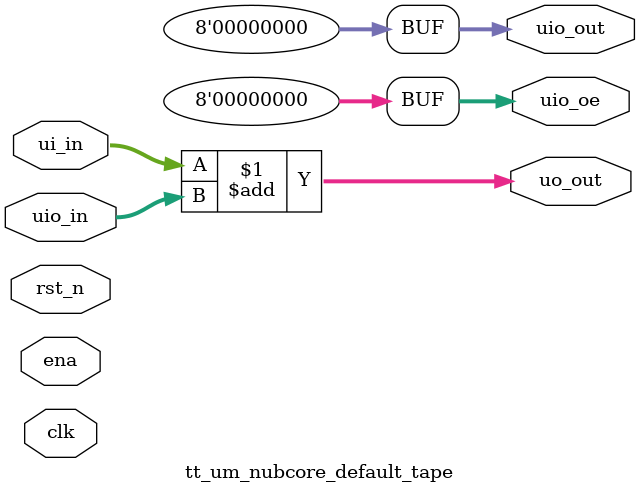
<source format=v>
/*
 * Copyright (c) 2024 Your Name
 * SPDX-License-Identifier: Apache-2.0
 */

`define default_netname none

module tt_um_nubcore_default_tape (
    input  wire [7:0] ui_in,    // Dedicated inputs
    output wire [7:0] uo_out,   // Dedicated outputs
    input  wire [7:0] uio_in,   // IOs: Input path
    output wire [7:0] uio_out,  // IOs: Output path
    output wire [7:0] uio_oe,   // IOs: Enable path (active high: 0=input, 1=output)
    input  wire       ena,      // will go high when the design is enabled
    input  wire       clk,      // clock
    input  wire       rst_n     // reset_n - low to reset
);

  // All output pins must be assigned. If not used, assign to 0.
  assign uo_out  = ui_in + uio_in;  // Example: ou_out is the sum of ui_in and uio_in
  assign uio_out = 0;
  assign uio_oe  = 0;

endmodule

</source>
